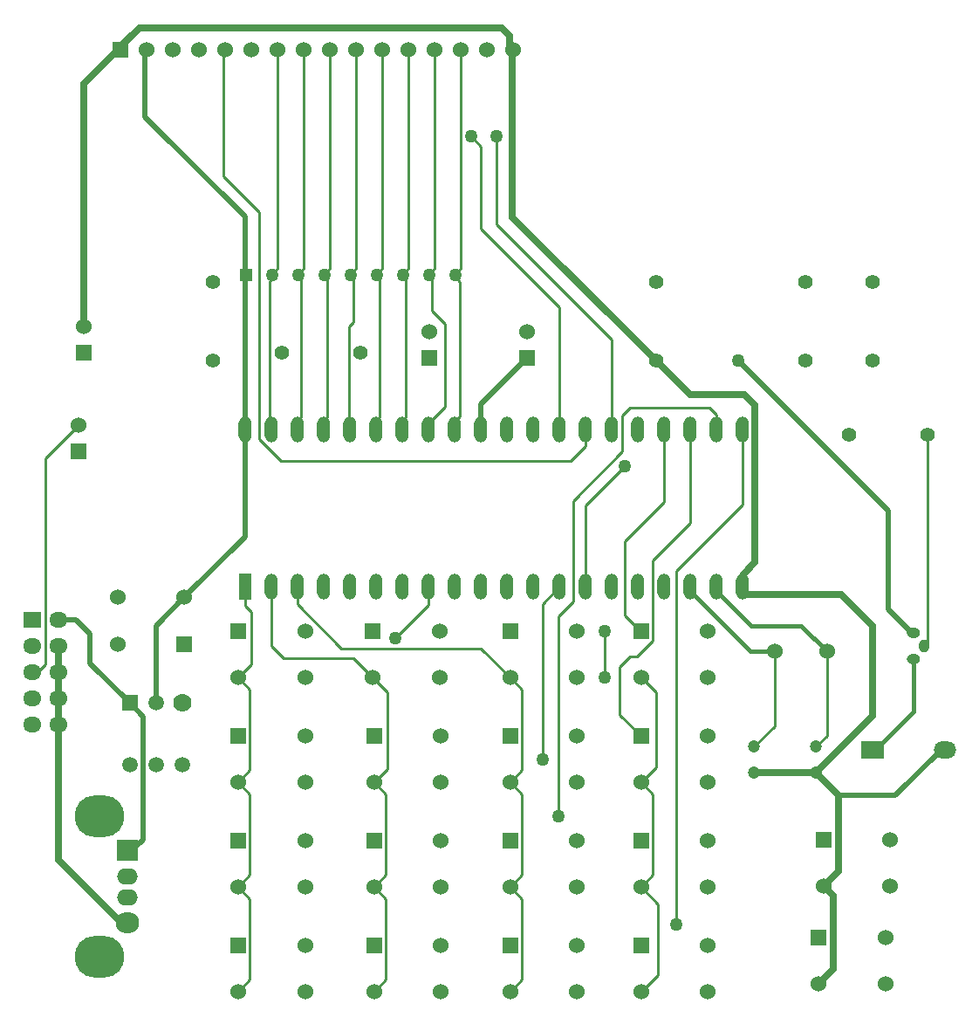
<source format=gtl>
G04*
G04 #@! TF.GenerationSoftware,Altium Limited,Altium Designer,21.7.2 (23)*
G04*
G04 Layer_Physical_Order=1*
G04 Layer_Color=255*
%FSLAX25Y25*%
%MOIN*%
G70*
G04*
G04 #@! TF.SameCoordinates,4245895C-60D9-4ACE-B086-DDBF023E6942*
G04*
G04*
G04 #@! TF.FilePolarity,Positive*
G04*
G01*
G75*
%ADD10C,0.01000*%
%ADD35C,0.02000*%
%ADD36C,0.02500*%
%ADD37C,0.01500*%
%ADD38C,0.05512*%
%ADD39R,0.06000X0.06000*%
%ADD40C,0.06000*%
%ADD41R,0.06000X0.06000*%
%ADD42R,0.05000X0.05000*%
%ADD43C,0.05000*%
%ADD44R,0.05000X0.10000*%
%ADD45O,0.05000X0.10000*%
%ADD46R,0.08000X0.08000*%
%ADD47O,0.08000X0.06000*%
%ADD48O,0.09000X0.08000*%
%ADD49O,0.19000X0.16000*%
%ADD50O,0.08661X0.06500*%
%ADD51R,0.08661X0.06500*%
%ADD52O,0.05118X0.03937*%
%ADD53O,0.03937X0.05118*%
%ADD54C,0.04724*%
%ADD55O,0.07000X0.06000*%
%ADD56R,0.07000X0.06000*%
%ADD57R,0.05906X0.05906*%
%ADD58C,0.05906*%
%ADD59C,0.07000*%
D10*
X234221Y149575D02*
X234252Y149606D01*
X234189Y131890D02*
X234221Y131921D01*
Y149575D01*
X210630Y100394D02*
Y160000D01*
X217008Y166378D01*
X216535Y78740D02*
Y155032D01*
X222236Y160732D01*
X261811Y37402D02*
Y172635D01*
X287008Y197832D01*
X246065Y31697D02*
X248213Y29549D01*
Y131832D02*
X253937Y126108D01*
X248213Y91832D02*
X253937Y97557D01*
Y126108D01*
X106299Y283170D02*
X107480Y284351D01*
X106299Y227086D02*
Y283170D01*
X107480Y284351D02*
Y286326D01*
X106299Y227086D02*
X107008Y226378D01*
X107480Y286326D02*
X109173Y288019D01*
Y371614D01*
X117480Y285433D02*
X118327Y286280D01*
X119173Y288019D02*
Y371614D01*
X118327Y286280D02*
Y287172D01*
X119173Y288019D01*
X127480Y285433D02*
X128232Y286185D01*
X129173Y288019D02*
Y371614D01*
X128232Y286185D02*
Y287078D01*
X129173Y288019D01*
X138232Y286185D02*
Y287078D01*
X137480Y285433D02*
X138232Y286185D01*
Y287078D02*
X139173Y288019D01*
Y371614D01*
X147480Y285433D02*
Y286326D01*
X149173Y288019D01*
Y371614D01*
X157480Y285433D02*
X158232Y286185D01*
X159173Y288019D02*
Y371614D01*
X158232Y286185D02*
Y287078D01*
X159173Y288019D01*
X167480Y286326D02*
X169173Y288019D01*
X167480Y285433D02*
Y286326D01*
X169173Y288019D02*
Y371614D01*
X177480Y285433D02*
X178228Y286181D01*
X183173Y338480D02*
Y338583D01*
X178228Y287074D02*
X179173Y288019D01*
Y371614D01*
X183173Y338480D02*
X187008Y334646D01*
X178228Y286181D02*
Y287074D01*
X246549Y139764D02*
X252713Y145927D01*
X240158Y117604D02*
X248213Y109549D01*
X240158Y135827D02*
X244094Y139764D01*
X240158Y117604D02*
Y135827D01*
X244094Y139764D02*
X246549D01*
X252713Y145927D02*
Y176409D01*
X267008Y190704D01*
X167008Y228878D02*
X173228Y235098D01*
Y266892D01*
X168340Y271780D02*
X173228Y266892D01*
X167480Y285433D02*
X168246Y284668D01*
X168340Y271780D02*
Y282847D01*
X168246Y282942D02*
Y284668D01*
Y282942D02*
X168340Y282847D01*
X158340Y231293D02*
Y283491D01*
X158246Y283585D02*
X158340Y283491D01*
X157008Y229960D02*
X158340Y231293D01*
X157008Y226378D02*
Y229960D01*
X158246Y283585D02*
Y286171D01*
X147008Y229960D02*
X148340Y231293D01*
X147008Y226378D02*
Y229960D01*
X148246Y283585D02*
Y284506D01*
X148340Y231293D02*
Y283491D01*
X148246Y283585D02*
X148340Y283491D01*
X148246Y284506D02*
X148340Y284600D01*
X138246Y282942D02*
X138340Y282847D01*
X138246Y282942D02*
Y286171D01*
X138340Y267554D02*
Y282847D01*
X136728Y265942D02*
X138340Y267554D01*
X127008Y229960D02*
X128340Y231293D01*
X127008Y226378D02*
Y229960D01*
X128340Y231293D02*
Y283491D01*
X128246Y283585D02*
X128340Y283491D01*
X128246Y283585D02*
Y286171D01*
X118246Y283585D02*
X118340Y283491D01*
X117008Y229960D02*
X118340Y231293D01*
Y283491D01*
X117008Y226378D02*
Y229960D01*
X118246Y283585D02*
Y286361D01*
X88740Y323106D02*
X102362Y309484D01*
Y222867D02*
X110662Y214567D01*
X102362Y222867D02*
Y309484D01*
X178246Y284702D02*
X178976Y285433D01*
X178246Y286164D02*
X178976Y285433D01*
X178246Y283585D02*
Y284702D01*
X178976Y231464D02*
Y282855D01*
X177008Y226378D02*
Y229495D01*
X178246Y283585D02*
X178976Y282855D01*
X177008Y229495D02*
X178976Y231464D01*
X167008Y226378D02*
Y228878D01*
X136728Y226657D02*
Y265942D01*
Y226657D02*
X137008Y226378D01*
X221262Y214567D02*
X227008Y220313D01*
Y226378D01*
X110662Y214567D02*
X221262D01*
X88740Y323106D02*
Y372047D01*
X227008Y166378D02*
Y197480D01*
X242126Y212598D01*
Y212598D01*
X217008Y226378D02*
Y273150D01*
X187008Y303150D02*
X217008Y273150D01*
X187008Y303150D02*
Y334646D01*
X192913Y304855D02*
Y338583D01*
Y304855D02*
X237008Y260761D01*
Y226378D02*
Y260761D01*
X357536Y143701D02*
Y224410D01*
X242126Y155512D02*
X248031Y149606D01*
X242126Y155512D02*
Y183822D01*
X248213Y149549D02*
X250000Y151336D01*
X257008Y198704D02*
Y226378D01*
X242126Y183822D02*
X257008Y198704D01*
X20748Y136890D02*
Y215630D01*
X17601Y133858D02*
X19049Y135306D01*
X19164D01*
X15748Y133858D02*
X17601D01*
X19164Y135306D02*
X20748Y136890D01*
Y215630D02*
X33465Y228346D01*
X299213Y113268D02*
Y141732D01*
X291339Y105394D02*
X299213Y113268D01*
X319213Y109646D02*
Y141732D01*
X314961Y105394D02*
X319213Y109646D01*
X94276Y51832D02*
X98836Y47272D01*
Y16393D02*
Y47272D01*
X94276Y11832D02*
X98836Y16393D01*
X94276Y91832D02*
X98836Y87272D01*
Y56393D02*
Y87272D01*
X94276Y51832D02*
X98836Y56393D01*
X94276Y131832D02*
X98836Y127272D01*
Y96393D02*
Y127272D01*
X94276Y91832D02*
X98836Y96393D01*
X97008Y159032D02*
Y166378D01*
Y159032D02*
X99236Y156804D01*
Y136793D02*
Y156804D01*
X94276Y131832D02*
X99236Y136793D01*
X146244Y91832D02*
X151236Y96824D01*
Y126323D01*
X145669Y131890D02*
X151236Y126323D01*
X146244Y51832D02*
X150836Y47240D01*
Y16424D02*
Y47240D01*
X146244Y11832D02*
X150836Y16424D01*
X146244Y51832D02*
X150836Y56424D01*
Y87240D01*
X146244Y91832D02*
X150836Y87240D01*
X198213Y11832D02*
X202736Y16356D01*
Y47309D01*
X198213Y51832D02*
X202736Y47309D01*
X198213Y91832D02*
X202736Y87309D01*
Y56356D02*
Y87309D01*
X198213Y51832D02*
X202736Y56356D01*
X198213Y131832D02*
X202736Y127309D01*
Y96356D02*
Y127309D01*
X198213Y91832D02*
X202736Y96356D01*
X248213Y11832D02*
X254713Y18332D01*
Y45332D01*
X248213Y51832D02*
X254713Y45332D01*
X248213Y91832D02*
X252736Y87309D01*
Y56356D02*
Y87309D01*
X248213Y51832D02*
X252736Y56356D01*
X222236Y160732D02*
Y199232D01*
X241036Y218032D01*
Y231732D01*
X244136Y234832D01*
X274236D01*
X277008Y232061D01*
Y226378D02*
Y232061D01*
X287008Y197832D02*
Y226378D01*
X187113Y142932D02*
X198213Y131832D01*
X133808Y142932D02*
X187113D01*
X117008Y159732D02*
X133808Y142932D01*
X117008Y159732D02*
Y166378D01*
X167008Y159504D02*
Y166378D01*
X154436Y146932D02*
X167008Y159504D01*
X138327Y139232D02*
X145669Y131890D01*
X111508Y139232D02*
X138327D01*
X107008Y143732D02*
X111508Y139232D01*
X107008Y143732D02*
Y166378D01*
X267008Y190704D02*
Y226378D01*
X357520Y224410D02*
X357536D01*
D35*
X97008Y226378D02*
Y307717D01*
X58740Y345984D02*
X97008Y307717D01*
X58740Y345984D02*
Y372047D01*
X342520Y157953D02*
X351771Y148701D01*
X352362D01*
X342520Y157953D02*
Y195630D01*
X285433Y252716D02*
X342520Y195630D01*
X323636Y86718D02*
X345480D01*
X363092Y104331D02*
X364173D01*
X345480Y86718D02*
X363092Y104331D01*
X97008Y185591D02*
Y226332D01*
X62992Y151575D02*
X73819Y162401D01*
X62992Y122047D02*
Y151575D01*
X37736Y137303D02*
X52992Y122047D01*
X37736Y137303D02*
Y148358D01*
X32236Y153858D02*
X37736Y148358D01*
X25748Y153858D02*
X32236D01*
X187008Y226378D02*
Y236063D01*
X204724Y253780D01*
X73819Y162401D02*
X97008Y185591D01*
X52992Y122047D02*
X58036Y117003D01*
Y70005D02*
Y117003D01*
X53150Y65118D02*
X58036Y70005D01*
D36*
X198976Y307677D02*
Y372047D01*
X35433Y358504D02*
X48976Y372047D01*
X194882Y379921D02*
X198071Y376733D01*
Y372717D02*
X198740Y372047D01*
X198071Y372717D02*
Y376733D01*
X56614Y379921D02*
X194882D01*
X48740Y372047D02*
X56614Y379921D01*
X253937Y252716D02*
X266921Y239732D01*
X198976Y307677D02*
X253937Y252716D01*
X314936Y95394D02*
X336614Y117072D01*
X324803Y163386D02*
X336614Y151575D01*
Y117072D02*
Y151575D01*
X287008Y164132D02*
X287486Y164610D01*
Y171344D01*
X291836Y175695D02*
Y235732D01*
X287486Y171344D02*
X291836Y175695D01*
X287008Y164132D02*
X287740Y163400D01*
X289709D01*
X289722Y163386D01*
X324803D01*
X35433Y265905D02*
Y358504D01*
X317913Y52166D02*
X323636Y57888D01*
Y86718D01*
X314961Y95394D02*
X323636Y86718D01*
X315945Y14764D02*
X321636Y20455D01*
Y48443D01*
X317913Y52166D02*
X321636Y48443D01*
X266921Y239732D02*
X287836D01*
X291836Y235732D01*
X50350Y37618D02*
X53150D01*
X25748Y62221D02*
X50350Y37618D01*
X25748Y62221D02*
Y113858D01*
X291339Y95394D02*
X314936D01*
X25748Y133858D02*
Y143858D01*
Y123858D02*
Y133858D01*
Y113858D02*
Y123858D01*
D37*
X336614Y104331D02*
X337695D01*
X352362Y118998D02*
Y138701D01*
X337695Y104331D02*
X352362Y118998D01*
X267008Y164825D02*
X290101Y141732D01*
X299213D01*
X290258Y151575D02*
X309370D01*
X277008Y164825D02*
X290258Y151575D01*
X309370D02*
X319213Y141732D01*
X277008Y164825D02*
Y166378D01*
X267008Y164825D02*
Y166378D01*
D38*
X84646Y252716D02*
D03*
Y282716D02*
D03*
X336614D02*
D03*
Y252716D02*
D03*
X311024Y282716D02*
D03*
Y252716D02*
D03*
X253937Y282716D02*
D03*
X357520Y224410D02*
D03*
X327520D02*
D03*
X140984Y255906D02*
D03*
X110984D02*
D03*
X253937Y252716D02*
D03*
D39*
X248213Y29549D02*
D03*
X49173Y371614D02*
D03*
X94276Y149549D02*
D03*
X145669Y149606D02*
D03*
X248213Y149549D02*
D03*
X198213D02*
D03*
X146244Y29549D02*
D03*
Y69549D02*
D03*
X94276Y29549D02*
D03*
Y69549D02*
D03*
X198213Y109549D02*
D03*
X146244D02*
D03*
X248213D02*
D03*
X198213Y29549D02*
D03*
Y69549D02*
D03*
X248213D02*
D03*
X94276Y109549D02*
D03*
X73819Y144685D02*
D03*
X315945Y32480D02*
D03*
X317913Y69882D02*
D03*
D40*
X248213Y11832D02*
D03*
X273803Y29549D02*
D03*
Y11832D02*
D03*
X204724Y263779D02*
D03*
X59173Y371614D02*
D03*
X79173D02*
D03*
X89173D02*
D03*
X99173D02*
D03*
X109173D02*
D03*
X119173D02*
D03*
X129173D02*
D03*
X139173D02*
D03*
X149173D02*
D03*
X159173D02*
D03*
X169173D02*
D03*
X179173D02*
D03*
X189173D02*
D03*
X199173D02*
D03*
X69173D02*
D03*
X319213Y141732D02*
D03*
X299213D02*
D03*
X94276Y131832D02*
D03*
X119866Y149549D02*
D03*
Y131832D02*
D03*
X145669Y131890D02*
D03*
X171260Y149606D02*
D03*
Y131890D02*
D03*
X248213Y131832D02*
D03*
X273803Y149549D02*
D03*
Y131832D02*
D03*
X198213D02*
D03*
X223803Y149549D02*
D03*
Y131832D02*
D03*
X167323Y263779D02*
D03*
X35433Y265905D02*
D03*
X33465Y228346D02*
D03*
X171835Y11832D02*
D03*
Y29549D02*
D03*
X146244Y11832D02*
D03*
X171835Y51832D02*
D03*
Y69549D02*
D03*
X146244Y51832D02*
D03*
X119866Y11832D02*
D03*
Y29549D02*
D03*
X94276Y11832D02*
D03*
X119866Y51832D02*
D03*
Y69549D02*
D03*
X94276Y51832D02*
D03*
X223803Y91832D02*
D03*
Y109549D02*
D03*
X198213Y91832D02*
D03*
X171835D02*
D03*
Y109549D02*
D03*
X146244Y91832D02*
D03*
X273803D02*
D03*
Y109549D02*
D03*
X248213Y91832D02*
D03*
X223803Y11832D02*
D03*
Y29549D02*
D03*
X198213Y11832D02*
D03*
X223803Y51832D02*
D03*
Y69549D02*
D03*
X198213Y51832D02*
D03*
X273803D02*
D03*
Y69549D02*
D03*
X248213Y51832D02*
D03*
X119866Y91832D02*
D03*
Y109549D02*
D03*
X94276Y91832D02*
D03*
X48228Y162401D02*
D03*
Y144685D02*
D03*
X73819Y162401D02*
D03*
X315945Y14764D02*
D03*
X341535Y32480D02*
D03*
Y14764D02*
D03*
X317913Y52166D02*
D03*
X343504Y69882D02*
D03*
Y52166D02*
D03*
D41*
X204724Y253780D02*
D03*
X167323D02*
D03*
X35433Y255906D02*
D03*
X33465Y218347D02*
D03*
D42*
X97480Y285433D02*
D03*
D43*
X107480D02*
D03*
X117480D02*
D03*
X177480D02*
D03*
X127480D02*
D03*
X137480D02*
D03*
X147480D02*
D03*
X157480D02*
D03*
X167480D02*
D03*
X234252Y149606D02*
D03*
X210630Y100394D02*
D03*
X216535Y78740D02*
D03*
X261811Y37402D02*
D03*
X183173Y338583D02*
D03*
X234189Y131890D02*
D03*
X242126Y212598D02*
D03*
X192913Y338583D02*
D03*
X285433Y252716D02*
D03*
X154436Y146932D02*
D03*
D44*
X97008Y166378D02*
D03*
D45*
X107008D02*
D03*
X117008D02*
D03*
X127008D02*
D03*
X137008D02*
D03*
X147008D02*
D03*
X157008D02*
D03*
X167008D02*
D03*
X177008D02*
D03*
X187008D02*
D03*
X197008D02*
D03*
X207008D02*
D03*
X217008D02*
D03*
X227008D02*
D03*
X237008D02*
D03*
X247008D02*
D03*
X257008D02*
D03*
X267008D02*
D03*
X277008D02*
D03*
X287008D02*
D03*
X97008Y226378D02*
D03*
X107008D02*
D03*
X117008D02*
D03*
X127008D02*
D03*
X137008D02*
D03*
X147008D02*
D03*
X157008D02*
D03*
X167008D02*
D03*
X177008D02*
D03*
X187008D02*
D03*
X197008D02*
D03*
X207008D02*
D03*
X217008D02*
D03*
X227008D02*
D03*
X237008D02*
D03*
X247008D02*
D03*
X257008D02*
D03*
X267008D02*
D03*
X277008D02*
D03*
X287008D02*
D03*
D46*
X52039Y65740D02*
D03*
D47*
Y55740D02*
D03*
Y47740D02*
D03*
D48*
Y38240D02*
D03*
D49*
X41339Y25240D02*
D03*
Y78740D02*
D03*
D50*
X364173Y104331D02*
D03*
D51*
X336614D02*
D03*
D52*
X352362Y148701D02*
D03*
Y138701D02*
D03*
D53*
X356362Y143701D02*
D03*
D54*
X314961Y105394D02*
D03*
Y95394D02*
D03*
X291339Y105394D02*
D03*
Y95394D02*
D03*
D55*
X25748Y113858D02*
D03*
X15748D02*
D03*
X25748Y123858D02*
D03*
X15748D02*
D03*
X25748Y133858D02*
D03*
X15748D02*
D03*
X25748Y143858D02*
D03*
X15748D02*
D03*
X25748Y153858D02*
D03*
D56*
X15748D02*
D03*
D57*
X52992Y122047D02*
D03*
D58*
X62992D02*
D03*
X72992Y98425D02*
D03*
X62992D02*
D03*
X52992D02*
D03*
D59*
X72992Y122047D02*
D03*
M02*

</source>
